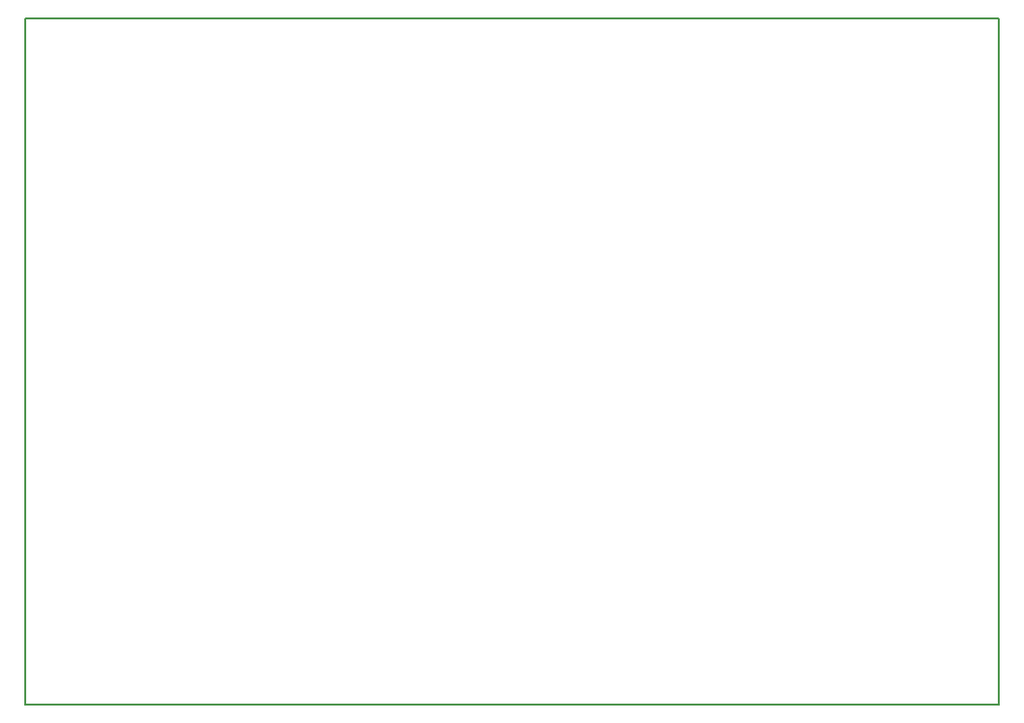
<source format=gbr>
G04 #@! TF.FileFunction,Profile,NP*
%FSLAX46Y46*%
G04 Gerber Fmt 4.6, Leading zero omitted, Abs format (unit mm)*
G04 Created by KiCad (PCBNEW 4.0.2-stable) date 12/24/2016 3:16:37 PM*
%MOMM*%
G01*
G04 APERTURE LIST*
%ADD10C,0.100000*%
%ADD11C,0.150000*%
G04 APERTURE END LIST*
D10*
D11*
X90486278Y-120534548D02*
X175486278Y-120534548D01*
X90486278Y-60534548D02*
X175486278Y-60534548D01*
X175486278Y-120534548D02*
X175486278Y-60534548D01*
X90486278Y-120534548D02*
X90486278Y-60534548D01*
M02*

</source>
